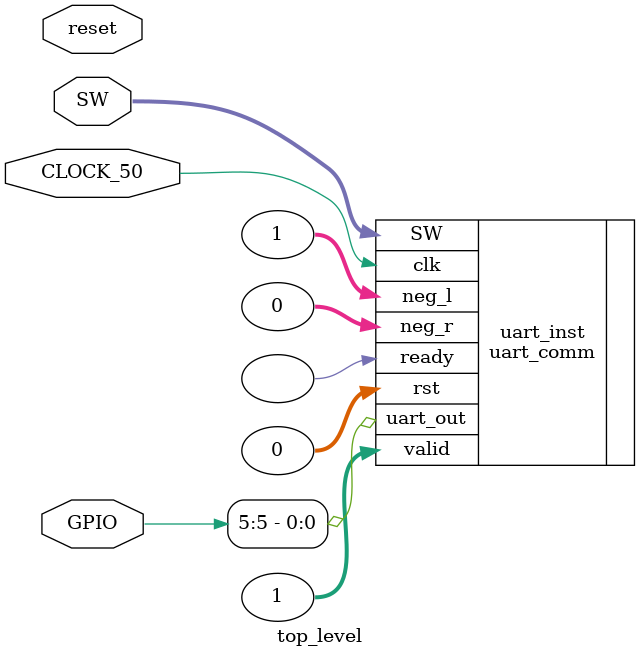
<source format=sv>
module top_level (
   input logic				CLOCK_50,					// DE2-115's 50MHz clock signal
	input logic 			reset,
	input logic [17:0] 	SW,
   inout logic	[5:0]		GPIO                // 3-TX - from robot 5-RX - to robot
	); 
	
	localparam valid = 1;
	localparam neg_l = 1;
	localparam neg_r = 0;


    uart_comm #(
        .CLKS_PER_BIT(50_000_000/115_200) 
    ) uart_inst (
        .clk(CLOCK_50),            
        .SW(SW),                   
        .rst(0),                 
		  .neg_l(neg_l),
		  .neg_r(neg_r),
        .valid(valid),             
        .ready(),             
        .uart_out(GPIO[5])        
    );
endmodule
</source>
